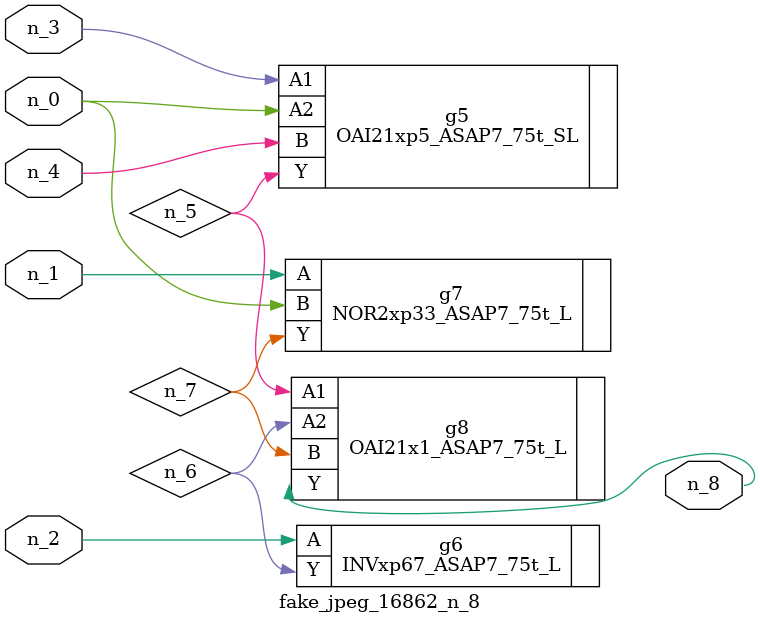
<source format=v>
module fake_jpeg_16862_n_8 (n_3, n_2, n_1, n_0, n_4, n_8);

input n_3;
input n_2;
input n_1;
input n_0;
input n_4;

output n_8;

wire n_6;
wire n_5;
wire n_7;

OAI21xp5_ASAP7_75t_SL g5 ( 
.A1(n_3),
.A2(n_0),
.B(n_4),
.Y(n_5)
);

INVxp67_ASAP7_75t_L g6 ( 
.A(n_2),
.Y(n_6)
);

NOR2xp33_ASAP7_75t_L g7 ( 
.A(n_1),
.B(n_0),
.Y(n_7)
);

OAI21x1_ASAP7_75t_L g8 ( 
.A1(n_5),
.A2(n_6),
.B(n_7),
.Y(n_8)
);


endmodule
</source>
